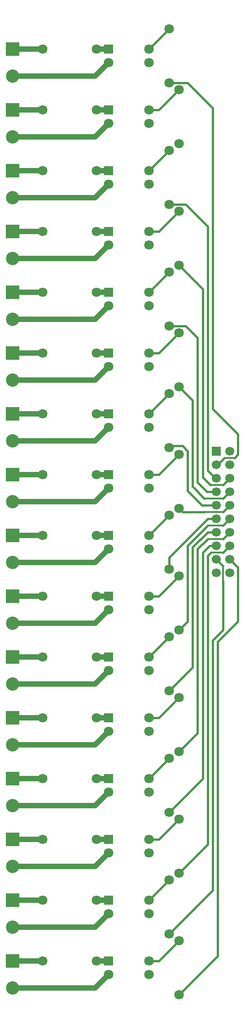
<source format=gbr>
G04 DipTrace 3.3.1.3*
G04 Bottom.gbr*
%MOMM*%
G04 #@! TF.FileFunction,Copper,L2,Bot*
G04 #@! TF.Part,Single*
G04 #@! TA.AperFunction,Conductor*
%ADD13C,0.4*%
%ADD15C,1.0*%
%ADD16C,0.3*%
G04 #@! TA.AperFunction,ComponentPad*
%ADD17C,2.5*%
%ADD18R,2.5X2.5*%
%ADD19C,1.7*%
%ADD20R,1.7X1.7*%
%ADD21C,1.8*%
%ADD22R,1.8X1.8*%
%FSLAX35Y35*%
G04*
G71*
G90*
G75*
G01*
G04 Bottom*
%LPD*%
X3738500Y18796000D2*
D13*
X4119500Y19177000D1*
X3738500Y17653000D2*
X3929000D1*
X4310000Y18034000D1*
X3738500Y16510000D2*
X4119500Y16891000D1*
X3738500Y15367000D2*
X3929000D1*
X4310000Y15748000D1*
X3738500Y14224000D2*
X4119500Y14605000D1*
X3738500Y13081000D2*
X3929000D1*
X4310000Y13462000D1*
X3738500Y11938000D2*
X4119500Y12319000D1*
X3738500Y10795000D2*
X3929000D1*
X4310000Y11176000D1*
X3738500Y9652000D2*
X4119500Y10033000D1*
X3738500Y8509000D2*
X3929000D1*
X4310000Y8890000D1*
X3738500Y7366000D2*
X4119500Y7747000D1*
X3738500Y6223000D2*
X3929000D1*
X4310000Y6604000D1*
X3738500Y5080000D2*
X4119500Y5461000D1*
X3738500Y3937000D2*
X3929000D1*
X4310000Y4318000D1*
X3738500Y2794000D2*
X4119500Y3175000D1*
X3738500Y1651000D2*
X3929000D1*
X4310000Y2032000D1*
X2754250Y1651000D2*
D15*
X2976500D1*
X2754250Y2794000D2*
X2976500D1*
X2754250Y3937000D2*
X2976500D1*
X2754250Y5080000D2*
X2976500D1*
X2754250Y6223000D2*
X2976500D1*
X2754250Y7366000D2*
X2976500D1*
X2754250Y8509000D2*
X2976500D1*
X2754250Y9652000D2*
X2976500D1*
X2754250Y10795000D2*
X2976500D1*
X2754250Y11938000D2*
X2976500D1*
X2754250Y13081000D2*
X2976500D1*
X2754250Y14224000D2*
X2976500D1*
X2754250Y15367000D2*
X2976500D1*
X2754250Y16510000D2*
X2976500D1*
X2754250Y17653000D2*
X2976500D1*
X2754250Y18796000D2*
X2976500D1*
X1165000Y18799803D2*
X1734447D1*
X1738250Y18796000D1*
X1165000Y18291803D2*
X2726303D1*
X2976500Y18542000D1*
X1165000Y17656803D2*
X1734447D1*
X1738250Y17653000D1*
X1165000Y17148803D2*
X2726303D1*
X2976500Y17399000D1*
X1165000Y16513803D2*
X1734447D1*
X1738250Y16510000D1*
X1165000Y16005803D2*
X2726303D1*
X2976500Y16256000D1*
X1165000Y15370803D2*
X1734447D1*
X1738250Y15367000D1*
X1165000Y14862803D2*
X2726303D1*
X2976500Y15113000D1*
X1165000Y14227803D2*
X1734447D1*
X1738250Y14224000D1*
X1165000Y13719803D2*
X2726303D1*
X2976500Y13970000D1*
X1165000Y13084803D2*
X1734447D1*
X1738250Y13081000D1*
X1165000Y12576803D2*
X2726303D1*
X2976500Y12827000D1*
X1165000Y11941803D2*
X1734447D1*
X1738250Y11938000D1*
X1165000Y11433803D2*
X2726303D1*
X2976500Y11684000D1*
X1165000Y10798803D2*
X1734447D1*
X1738250Y10795000D1*
X1165000Y9655803D2*
X1734447D1*
X1738250Y9652000D1*
X1165000Y8512803D2*
X1734447D1*
X1738250Y8509000D1*
X1165000Y10290803D2*
X2726303D1*
X2976500Y10541000D1*
X1165000Y9147803D2*
X2726303D1*
X2976500Y9398000D1*
X1165000Y8004803D2*
X2726303D1*
X2976500Y8255000D1*
X1165000Y7369803D2*
X1734447D1*
X1738250Y7366000D1*
X1165000Y6861803D2*
X2726303D1*
X2976500Y7112000D1*
X1165000Y6226803D2*
X1734447D1*
X1738250Y6223000D1*
X1165000Y5718803D2*
X2726303D1*
X2976500Y5969000D1*
X1165000Y5083803D2*
X1734447D1*
X1738250Y5080000D1*
X1165000Y4575803D2*
X2726303D1*
X2976500Y4826000D1*
X1165000Y3940803D2*
X1734447D1*
X1738250Y3937000D1*
X1165000Y3432803D2*
X2726303D1*
X2976500Y3683000D1*
X1165000Y2797803D2*
X1734447D1*
X1738250Y2794000D1*
X1165000Y2289803D2*
X2726303D1*
X2976500Y2540000D1*
X1165000Y1654803D2*
X1734447D1*
X1738250Y1651000D1*
X1165000Y1146803D2*
X2726303D1*
X2976500Y1397000D1*
X5008500Y10985500D2*
D13*
X5040250D1*
X5167250Y11112500D1*
D16*
X5357750D1*
D13*
X5421250Y11176000D1*
Y11557000D1*
X4945000Y12033250D1*
Y17684750D1*
X4468750Y18161000D1*
X4119500D1*
X5008500Y10731500D2*
X4992623D1*
X4849750Y10874373D1*
Y15462250D1*
X4437000Y15875000D1*
X4119500D1*
X5262500Y10731500D2*
X5135500Y10604500D1*
D16*
X4897373D1*
D13*
X4754500Y10747373D1*
Y14287500D1*
X4310000Y14732000D1*
X5008500Y10477500D2*
X4833873D1*
X4659250Y10652123D1*
Y13366750D1*
X4437000Y13589000D1*
X4119500D1*
X5262500Y10477500D2*
X5135500Y10350500D1*
D16*
X4786250D1*
D13*
X4564000Y10572750D1*
Y12192000D1*
X4310000Y12446000D1*
X5008500Y10223500D2*
X4738623D1*
X4468750Y10493373D1*
Y11239500D1*
X4373500Y11334750D1*
X4119500D1*
Y11303000D1*
X5262500Y10223500D2*
X5135500Y10096500D1*
D16*
X4779000D1*
D13*
X4373500D1*
X4310000Y10160000D1*
X5008500Y9969500D2*
X4849750D1*
X4119500Y9239250D1*
Y9017000D1*
X5262500Y9969500D2*
X5135500Y9842500D1*
D16*
X4849750D1*
D13*
X4468750Y9461500D1*
Y8032750D1*
X4310000Y7874000D1*
X5008500Y9715500D2*
X4849750D1*
X4564000Y9429750D1*
Y7175500D1*
X4119500Y6731000D1*
X5262500Y9715500D2*
X5135500Y9588500D1*
D16*
X4849750D1*
D13*
X4659250Y9398000D1*
Y5937250D1*
X4310000Y5588000D1*
X5008500Y9461500D2*
X4881500D1*
X4754500Y9334500D1*
Y5080000D1*
X4119500Y4445000D1*
X5262500Y9461500D2*
X5135500Y9334500D1*
D16*
X4913250D1*
D13*
X4849750Y9271000D1*
Y3841750D1*
X4310000Y3302000D1*
X5008500Y9207500D2*
X5135500Y9080500D1*
D16*
Y8799583D1*
D13*
Y7874000D1*
X4945000Y7683500D1*
Y2984500D1*
X4119500Y2159000D1*
X5262500Y9207500D2*
X5421250Y9048750D1*
Y8032750D1*
X5040250Y7651750D1*
Y1746250D1*
X4310000Y1016000D1*
D17*
X1165000Y18291803D3*
D18*
Y18799803D3*
D17*
Y17148803D3*
D18*
Y17656803D3*
D17*
Y16005803D3*
D18*
Y16513803D3*
D17*
Y14862803D3*
D18*
Y15370803D3*
D17*
Y13719803D3*
D18*
Y14227803D3*
D17*
Y12576803D3*
D18*
Y13084803D3*
D17*
Y11433803D3*
D18*
Y11941803D3*
D17*
Y10290803D3*
D18*
Y10798803D3*
D17*
Y9147803D3*
D18*
Y9655803D3*
D17*
Y8004803D3*
D18*
Y8512803D3*
D17*
Y6861803D3*
D18*
Y7369803D3*
D17*
Y5718803D3*
D18*
Y6226803D3*
D17*
Y4575803D3*
D18*
Y5083803D3*
D17*
Y3432803D3*
D18*
Y3940803D3*
D17*
Y2289803D3*
D18*
Y2797803D3*
D17*
Y1146803D3*
D18*
Y1654803D3*
D19*
X5262500Y8953500D3*
Y9207500D3*
Y9461500D3*
Y9715500D3*
Y9969500D3*
Y10223500D3*
Y10477500D3*
Y10731500D3*
Y10985500D3*
Y11239500D3*
D20*
X5008500D3*
D19*
Y10985500D3*
Y10731500D3*
Y10477500D3*
Y10223500D3*
Y9969500D3*
Y9715500D3*
Y9461500D3*
Y9207500D3*
Y8953500D3*
D21*
X2754250Y18796000D3*
X1738250D3*
X2754250Y17653000D3*
X1738250D3*
X2754250Y16510000D3*
X1738250D3*
X2754250Y15367000D3*
X1738250D3*
X2754250Y14224000D3*
X1738250D3*
X2754250Y13081000D3*
X1738250D3*
X2754250Y11938000D3*
X1738250D3*
X2754250Y10795000D3*
X1738250D3*
X2754250Y9652000D3*
X1738250D3*
X2754250Y8509000D3*
X1738250D3*
X2754250Y7366000D3*
X1738250D3*
X2754250Y6223000D3*
X1738250D3*
X2754250Y5080000D3*
X1738250D3*
X2754250Y3937000D3*
X1738250D3*
X2754250Y2794000D3*
X1738250D3*
X2754250Y1651000D3*
X1738250D3*
X4119500Y18161000D3*
Y19177000D3*
X4310000Y17018000D3*
Y18034000D3*
X4119500Y15875000D3*
Y16891000D3*
X4310000Y14732000D3*
Y15748000D3*
X4119500Y13589000D3*
Y14605000D3*
X4310000Y12446000D3*
Y13462000D3*
X4119500Y11303000D3*
Y12319000D3*
X4310000Y10160000D3*
Y11176000D3*
X4119500Y9017000D3*
Y10033000D3*
X4310000Y7874000D3*
Y8890000D3*
X4119500Y6731000D3*
Y7747000D3*
X4310000Y5588000D3*
Y6604000D3*
X4119500Y4445000D3*
Y5461000D3*
X4310000Y3302000D3*
Y4318000D3*
X4119500Y2159000D3*
Y3175000D3*
X4310000Y1016000D3*
Y2032000D3*
D22*
X2976500Y18796000D3*
D21*
Y18542000D3*
X3738500D3*
Y18796000D3*
D22*
X2976500Y17653000D3*
D21*
Y17399000D3*
X3738500D3*
Y17653000D3*
D22*
X2976500Y16510000D3*
D21*
Y16256000D3*
X3738500D3*
Y16510000D3*
D22*
X2976500Y15367000D3*
D21*
Y15113000D3*
X3738500D3*
Y15367000D3*
D22*
X2976500Y14224000D3*
D21*
Y13970000D3*
X3738500D3*
Y14224000D3*
D22*
X2976500Y13081000D3*
D21*
Y12827000D3*
X3738500D3*
Y13081000D3*
D22*
X2976500Y11938000D3*
D21*
Y11684000D3*
X3738500D3*
Y11938000D3*
D22*
X2976500Y10795000D3*
D21*
Y10541000D3*
X3738500D3*
Y10795000D3*
D22*
X2976500Y9652000D3*
D21*
Y9398000D3*
X3738500D3*
Y9652000D3*
D22*
X2976500Y8509000D3*
D21*
Y8255000D3*
X3738500D3*
Y8509000D3*
D22*
X2976500Y7366000D3*
D21*
Y7112000D3*
X3738500D3*
Y7366000D3*
D22*
X2976500Y6223000D3*
D21*
Y5969000D3*
X3738500D3*
Y6223000D3*
D22*
X2976500Y5080000D3*
D21*
Y4826000D3*
X3738500D3*
Y5080000D3*
D22*
X2976500Y3937000D3*
D21*
Y3683000D3*
X3738500D3*
Y3937000D3*
D22*
X2976500Y2794000D3*
D21*
Y2540000D3*
X3738500D3*
Y2794000D3*
D22*
X2976500Y1651000D3*
D21*
Y1397000D3*
X3738500D3*
Y1651000D3*
M02*

</source>
